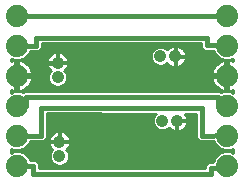
<source format=gtl>
G75*
%MOIN*%
%OFA0B0*%
%FSLAX24Y24*%
%IPPOS*%
%LPD*%
%AMOC8*
5,1,8,0,0,1.08239X$1,22.5*
%
%ADD10C,0.0740*%
%ADD11C,0.0416*%
%ADD12C,0.0100*%
%ADD13C,0.0160*%
D10*
X001772Y001024D03*
X001772Y002024D03*
X001772Y003024D03*
X001772Y004024D03*
X001772Y005024D03*
X001772Y006024D03*
X008772Y006024D03*
X008772Y005024D03*
X008772Y004024D03*
X008772Y003024D03*
X008772Y002024D03*
X008772Y001024D03*
D11*
X007103Y002524D03*
X006611Y002524D03*
X006556Y004666D03*
X007048Y004666D03*
X003126Y004457D03*
X003126Y003965D03*
X003189Y001823D03*
X003189Y001331D03*
D12*
X003484Y001212D02*
X008330Y001212D01*
X008297Y001131D02*
X008365Y001296D01*
X008500Y001431D01*
X008677Y001504D01*
X008868Y001504D01*
X008976Y001459D01*
X008976Y001589D01*
X008868Y001544D01*
X008677Y001544D01*
X008500Y001617D01*
X008365Y001752D01*
X008331Y001836D01*
X008009Y001831D01*
X008008Y001830D01*
X007931Y001830D01*
X007853Y001829D01*
X007852Y001830D01*
X007851Y001830D01*
X007796Y001885D01*
X007741Y001939D01*
X007741Y001940D01*
X007740Y001941D01*
X007740Y002019D01*
X007738Y002096D01*
X007740Y002097D01*
X007740Y002756D01*
X007376Y002756D01*
X007381Y002752D01*
X007420Y002693D01*
X007447Y002628D01*
X007461Y002559D01*
X007461Y002543D01*
X007122Y002543D01*
X007122Y002505D01*
X007461Y002505D01*
X007461Y002489D01*
X007447Y002420D01*
X007420Y002355D01*
X007381Y002296D01*
X007331Y002246D01*
X007272Y002207D01*
X007207Y002180D01*
X007138Y002166D01*
X007122Y002166D01*
X007122Y002505D01*
X007084Y002505D01*
X007084Y002166D01*
X007068Y002166D01*
X006998Y002180D01*
X006933Y002207D01*
X006875Y002246D01*
X006828Y002292D01*
X006791Y002255D01*
X006674Y002206D01*
X006547Y002206D01*
X006431Y002255D01*
X006341Y002344D01*
X006293Y002461D01*
X006293Y002587D01*
X006341Y002704D01*
X006396Y002759D01*
X002761Y002767D01*
X002761Y001945D01*
X002650Y001834D01*
X002213Y001834D01*
X002179Y001752D01*
X002044Y001617D01*
X001868Y001544D01*
X001677Y001544D01*
X001567Y001590D01*
X001567Y001458D01*
X001677Y001504D01*
X001868Y001504D01*
X002044Y001431D01*
X002179Y001296D01*
X002213Y001214D01*
X002394Y001214D01*
X002505Y001103D01*
X002505Y000942D01*
X008043Y000942D01*
X008043Y001020D01*
X008154Y001131D01*
X008297Y001131D01*
X008136Y001114D02*
X003421Y001114D01*
X003459Y001151D02*
X003507Y001268D01*
X003507Y001394D01*
X003459Y001511D01*
X003421Y001549D01*
X003467Y001595D01*
X003506Y001654D01*
X003533Y001719D01*
X003547Y001788D01*
X003547Y001804D01*
X003208Y001804D01*
X003208Y001842D01*
X003170Y001842D01*
X003170Y001804D01*
X002832Y001804D01*
X002832Y001788D01*
X002845Y001719D01*
X002872Y001654D01*
X002911Y001595D01*
X002958Y001549D01*
X002920Y001511D01*
X002872Y001394D01*
X002872Y001268D01*
X002920Y001151D01*
X003009Y001062D01*
X003126Y001013D01*
X003253Y001013D01*
X003369Y001062D01*
X003459Y001151D01*
X003507Y001311D02*
X008380Y001311D01*
X008478Y001409D02*
X003501Y001409D01*
X003460Y001508D02*
X008976Y001508D01*
X008526Y001606D02*
X003475Y001606D01*
X003528Y001705D02*
X008412Y001705D01*
X008344Y001803D02*
X003547Y001803D01*
X003547Y001842D02*
X003547Y001858D01*
X003533Y001928D01*
X003506Y001993D01*
X003467Y002051D01*
X003417Y002101D01*
X003359Y002140D01*
X003294Y002167D01*
X003225Y002181D01*
X003208Y002181D01*
X003208Y001842D01*
X003547Y001842D01*
X003539Y001902D02*
X007779Y001902D01*
X007740Y002000D02*
X003501Y002000D01*
X003420Y002099D02*
X007740Y002099D01*
X007740Y002197D02*
X007249Y002197D01*
X007122Y002197D02*
X007084Y002197D01*
X007084Y002296D02*
X007122Y002296D01*
X007122Y002394D02*
X007084Y002394D01*
X007084Y002493D02*
X007122Y002493D01*
X007436Y002394D02*
X007740Y002394D01*
X007740Y002296D02*
X007381Y002296D01*
X007461Y002493D02*
X007740Y002493D01*
X007740Y002591D02*
X007454Y002591D01*
X007421Y002690D02*
X007740Y002690D01*
X006957Y002197D02*
X002761Y002197D01*
X002761Y002296D02*
X006389Y002296D01*
X006320Y002394D02*
X002761Y002394D01*
X002761Y002493D02*
X006293Y002493D01*
X006295Y002591D02*
X002761Y002591D01*
X002761Y002690D02*
X006335Y002690D01*
X008327Y003751D02*
X008375Y003685D01*
X008433Y003627D01*
X008500Y003579D01*
X008572Y003542D01*
X008650Y003517D01*
X008722Y003505D01*
X008722Y003974D01*
X008253Y003974D01*
X008265Y003902D01*
X008290Y003824D01*
X008327Y003751D01*
X008316Y003773D02*
X003384Y003773D01*
X003396Y003785D02*
X003306Y003696D01*
X003190Y003647D01*
X003063Y003647D01*
X002946Y003696D01*
X002857Y003785D01*
X002809Y003902D01*
X002809Y004028D01*
X002857Y004145D01*
X002895Y004183D01*
X002848Y004229D01*
X002809Y004288D01*
X002782Y004353D01*
X002769Y004422D01*
X002769Y004438D01*
X003107Y004438D01*
X003107Y004476D01*
X002769Y004476D01*
X002769Y004492D01*
X002782Y004561D01*
X001909Y004561D01*
X001894Y004531D02*
X001822Y004543D01*
X001822Y004074D01*
X001722Y004074D01*
X001722Y004543D01*
X001650Y004531D01*
X001572Y004506D01*
X001567Y004503D01*
X001567Y004590D01*
X001677Y004544D01*
X001868Y004544D01*
X002044Y004617D01*
X002179Y004752D01*
X002213Y004834D01*
X002500Y004834D01*
X002612Y004945D01*
X002612Y005094D01*
X007909Y005094D01*
X007909Y005028D01*
X007908Y004950D01*
X007909Y004950D01*
X007909Y004949D01*
X007964Y004894D01*
X008019Y004838D01*
X008020Y004838D01*
X008098Y004838D01*
X008330Y004837D01*
X008365Y004752D01*
X008500Y004617D01*
X008677Y004544D01*
X008868Y004544D01*
X008976Y004589D01*
X008976Y004504D01*
X008972Y004506D01*
X008894Y004531D01*
X008822Y004543D01*
X008822Y004074D01*
X008722Y004074D01*
X008722Y003974D01*
X008822Y003974D01*
X008822Y003505D01*
X008894Y003517D01*
X008972Y003542D01*
X008976Y003544D01*
X008976Y003459D01*
X008868Y003504D01*
X008677Y003504D01*
X008581Y003464D01*
X008548Y003497D01*
X002004Y003497D01*
X001969Y003462D01*
X001868Y003504D01*
X001677Y003504D01*
X001567Y003458D01*
X001567Y003545D01*
X001572Y003542D01*
X001650Y003517D01*
X001722Y003505D01*
X001722Y003974D01*
X001822Y003974D01*
X001822Y003505D01*
X001894Y003517D01*
X001972Y003542D01*
X002045Y003579D01*
X002111Y003627D01*
X002169Y003685D01*
X002217Y003751D01*
X002254Y003824D01*
X002279Y003902D01*
X002291Y003974D01*
X001822Y003974D01*
X001822Y004074D01*
X002291Y004074D01*
X002279Y004146D01*
X002254Y004224D01*
X002217Y004297D01*
X002169Y004363D01*
X002111Y004421D01*
X002045Y004469D01*
X001972Y004506D01*
X001894Y004531D01*
X001822Y004463D02*
X001722Y004463D01*
X001635Y004561D02*
X001567Y004561D01*
X001722Y004364D02*
X001822Y004364D01*
X001822Y004266D02*
X001722Y004266D01*
X001722Y004167D02*
X001822Y004167D01*
X001822Y004069D02*
X002825Y004069D01*
X002809Y003970D02*
X002290Y003970D01*
X002269Y003872D02*
X002821Y003872D01*
X002869Y003773D02*
X002228Y003773D01*
X002158Y003675D02*
X002996Y003675D01*
X003256Y003675D02*
X008386Y003675D01*
X008505Y003576D02*
X002039Y003576D01*
X001985Y003478D02*
X001931Y003478D01*
X001822Y003576D02*
X001722Y003576D01*
X001722Y003675D02*
X001822Y003675D01*
X001822Y003773D02*
X001722Y003773D01*
X001722Y003872D02*
X001822Y003872D01*
X001822Y003970D02*
X001722Y003970D01*
X002232Y004266D02*
X002824Y004266D01*
X002780Y004364D02*
X002167Y004364D01*
X002053Y004463D02*
X003107Y004463D01*
X003107Y004476D02*
X003107Y004815D01*
X003091Y004815D01*
X003022Y004801D01*
X002957Y004774D01*
X002898Y004735D01*
X002848Y004685D01*
X002809Y004627D01*
X002782Y004561D01*
X002832Y004660D02*
X002087Y004660D01*
X002182Y004758D02*
X002933Y004758D01*
X003107Y004758D02*
X003145Y004758D01*
X003145Y004815D02*
X003145Y004476D01*
X003107Y004476D01*
X003145Y004476D02*
X003484Y004476D01*
X003484Y004492D01*
X003470Y004561D01*
X006255Y004561D01*
X006238Y004603D02*
X006286Y004486D01*
X006375Y004396D01*
X006492Y004348D01*
X006619Y004348D01*
X006736Y004396D01*
X006773Y004434D01*
X006820Y004388D01*
X006878Y004349D01*
X006943Y004322D01*
X007012Y004308D01*
X007029Y004308D01*
X007029Y004647D01*
X007067Y004647D01*
X007067Y004685D01*
X007405Y004685D01*
X007405Y004701D01*
X007392Y004770D01*
X007365Y004835D01*
X007326Y004894D01*
X007276Y004944D01*
X007217Y004983D01*
X007152Y005010D01*
X007083Y005024D01*
X007067Y005024D01*
X007067Y004685D01*
X007029Y004685D01*
X007029Y005024D01*
X007012Y005024D01*
X006943Y005010D01*
X006878Y004983D01*
X006820Y004944D01*
X006773Y004897D01*
X006736Y004935D01*
X006619Y004984D01*
X006492Y004984D01*
X006375Y004935D01*
X006286Y004846D01*
X006238Y004729D01*
X006238Y004603D01*
X006238Y004660D02*
X003421Y004660D01*
X003404Y004685D02*
X003443Y004627D01*
X003470Y004561D01*
X003484Y004438D02*
X003145Y004438D01*
X003145Y004476D01*
X003145Y004463D02*
X006309Y004463D01*
X006453Y004364D02*
X003473Y004364D01*
X003470Y004353D02*
X003484Y004422D01*
X003484Y004438D01*
X003470Y004353D02*
X003443Y004288D01*
X003404Y004229D01*
X003358Y004183D01*
X003396Y004145D01*
X003444Y004028D01*
X003444Y003902D01*
X003396Y003785D01*
X003432Y003872D02*
X008275Y003872D01*
X008254Y003970D02*
X003444Y003970D01*
X003427Y004069D02*
X008722Y004069D01*
X008722Y004074D02*
X008253Y004074D01*
X008265Y004146D01*
X008290Y004224D01*
X008327Y004297D01*
X008375Y004363D01*
X008433Y004421D01*
X008500Y004469D01*
X008572Y004506D01*
X008650Y004531D01*
X008722Y004543D01*
X008722Y004074D01*
X008722Y003970D02*
X008822Y003970D01*
X008822Y003872D02*
X008722Y003872D01*
X008722Y003773D02*
X008822Y003773D01*
X008822Y003675D02*
X008722Y003675D01*
X008722Y003576D02*
X008822Y003576D01*
X008931Y003478D02*
X008976Y003478D01*
X008613Y003478D02*
X008567Y003478D01*
X008722Y004167D02*
X008822Y004167D01*
X008822Y004266D02*
X008722Y004266D01*
X008722Y004364D02*
X008822Y004364D01*
X008822Y004463D02*
X008722Y004463D01*
X008635Y004561D02*
X007392Y004561D01*
X007405Y004631D01*
X007405Y004647D01*
X007067Y004647D01*
X007067Y004308D01*
X007083Y004308D01*
X007152Y004322D01*
X007217Y004349D01*
X007276Y004388D01*
X007326Y004438D01*
X007365Y004496D01*
X007392Y004561D01*
X007342Y004463D02*
X008491Y004463D01*
X008377Y004364D02*
X007240Y004364D01*
X007067Y004364D02*
X007029Y004364D01*
X007029Y004463D02*
X007067Y004463D01*
X007067Y004561D02*
X007029Y004561D01*
X007067Y004660D02*
X008457Y004660D01*
X008363Y004758D02*
X007394Y004758D01*
X007350Y004857D02*
X008001Y004857D01*
X008020Y004838D02*
X008020Y004838D01*
X007908Y004955D02*
X007258Y004955D01*
X007067Y004955D02*
X007029Y004955D01*
X007029Y004857D02*
X007067Y004857D01*
X007067Y004758D02*
X007029Y004758D01*
X006837Y004955D02*
X006687Y004955D01*
X006424Y004955D02*
X002612Y004955D01*
X002612Y005054D02*
X007909Y005054D01*
X008909Y004561D02*
X008976Y004561D01*
X008312Y004266D02*
X003429Y004266D01*
X003373Y004167D02*
X008272Y004167D01*
X006855Y004364D02*
X006658Y004364D01*
X006250Y004758D02*
X003320Y004758D01*
X003296Y004774D02*
X003231Y004801D01*
X003162Y004815D01*
X003145Y004815D01*
X003145Y004660D02*
X003107Y004660D01*
X003107Y004561D02*
X003145Y004561D01*
X003296Y004774D02*
X003354Y004735D01*
X003404Y004685D01*
X002879Y004167D02*
X002272Y004167D01*
X002523Y004857D02*
X006297Y004857D01*
X003170Y002181D02*
X003154Y002181D01*
X003085Y002167D01*
X003020Y002140D01*
X002961Y002101D01*
X002911Y002051D01*
X002872Y001993D01*
X002845Y001928D01*
X002832Y001858D01*
X002832Y001842D01*
X003170Y001842D01*
X003170Y002181D01*
X003170Y002099D02*
X003208Y002099D01*
X003208Y002000D02*
X003170Y002000D01*
X003170Y001902D02*
X003208Y001902D01*
X002959Y002099D02*
X002761Y002099D01*
X002761Y002000D02*
X002877Y002000D01*
X002840Y001902D02*
X002718Y001902D01*
X002832Y001803D02*
X002200Y001803D01*
X002132Y001705D02*
X002851Y001705D01*
X002904Y001606D02*
X002018Y001606D01*
X002066Y001409D02*
X002878Y001409D01*
X002872Y001311D02*
X002164Y001311D01*
X002396Y001212D02*
X002895Y001212D01*
X002957Y001114D02*
X002494Y001114D01*
X002505Y001015D02*
X003121Y001015D01*
X003257Y001015D02*
X008043Y001015D01*
X002919Y001508D02*
X001567Y001508D01*
X001567Y003478D02*
X001613Y003478D01*
D13*
X002083Y003307D02*
X002083Y003024D01*
X001772Y003024D01*
X002083Y003307D02*
X008469Y003307D01*
X008469Y003004D01*
X008772Y003024D01*
X007930Y002945D02*
X007930Y002020D01*
X008772Y002032D01*
X008772Y002024D01*
X008772Y001024D02*
X008772Y000941D01*
X008233Y000941D01*
X008233Y000752D01*
X002315Y000752D01*
X002315Y001024D01*
X001772Y001024D01*
X001772Y002024D02*
X002571Y002024D01*
X002571Y002957D01*
X007930Y002945D01*
X007607Y003567D02*
X007607Y003579D01*
X002433Y003579D01*
X002433Y004024D01*
X001772Y004024D01*
X001772Y004032D01*
X002414Y004032D01*
X002414Y004457D01*
X003126Y004457D01*
X002347Y004031D02*
X001772Y004031D01*
X001772Y004024D01*
X001772Y005024D02*
X002422Y005024D01*
X002422Y005284D01*
X008099Y005284D01*
X008099Y005028D01*
X008772Y005024D01*
X008772Y004024D02*
X007607Y004024D01*
X007607Y003579D01*
X008772Y006024D02*
X001772Y006024D01*
M02*

</source>
